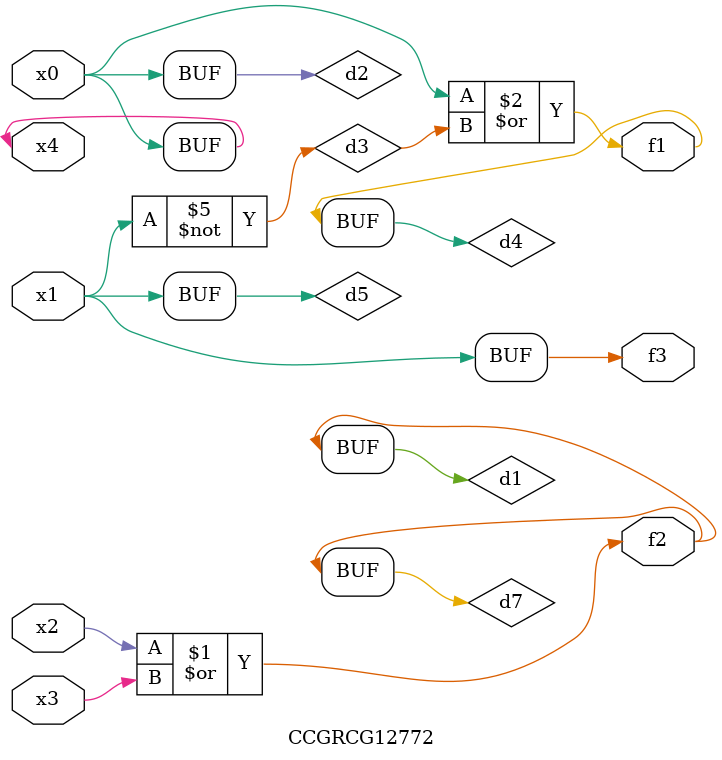
<source format=v>
module CCGRCG12772(
	input x0, x1, x2, x3, x4,
	output f1, f2, f3
);

	wire d1, d2, d3, d4, d5, d6, d7;

	or (d1, x2, x3);
	buf (d2, x0, x4);
	not (d3, x1);
	or (d4, d2, d3);
	not (d5, d3);
	nand (d6, d1, d3);
	or (d7, d1);
	assign f1 = d4;
	assign f2 = d7;
	assign f3 = d5;
endmodule

</source>
